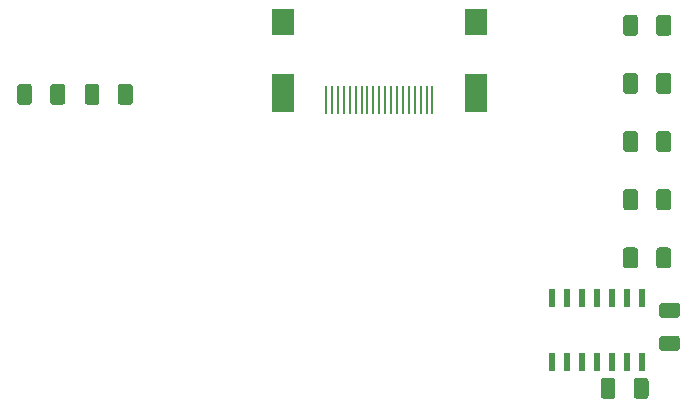
<source format=gbr>
G04 #@! TF.GenerationSoftware,KiCad,Pcbnew,5.0.2+dfsg1-1*
G04 #@! TF.CreationDate,2021-08-19T21:23:57+02:00*
G04 #@! TF.ProjectId,ergodox,6572676f-646f-4782-9e6b-696361645f70,rev?*
G04 #@! TF.SameCoordinates,Original*
G04 #@! TF.FileFunction,Paste,Top*
G04 #@! TF.FilePolarity,Positive*
%FSLAX46Y46*%
G04 Gerber Fmt 4.6, Leading zero omitted, Abs format (unit mm)*
G04 Created by KiCad (PCBNEW 5.0.2+dfsg1-1) date jeu 19 aoû 2021 21:23:57 CEST*
%MOMM*%
%LPD*%
G01*
G04 APERTURE LIST*
%ADD10C,0.100000*%
%ADD11C,1.250000*%
%ADD12R,0.280000X2.350000*%
%ADD13R,1.850000X2.240000*%
%ADD14R,1.850000X3.200000*%
%ADD15R,0.600000X1.500000*%
G04 APERTURE END LIST*
D10*
G04 #@! TO.C,C1*
G36*
X149754504Y-112918204D02*
X149778773Y-112921804D01*
X149802571Y-112927765D01*
X149825671Y-112936030D01*
X149847849Y-112946520D01*
X149868893Y-112959133D01*
X149888598Y-112973747D01*
X149906777Y-112990223D01*
X149923253Y-113008402D01*
X149937867Y-113028107D01*
X149950480Y-113049151D01*
X149960970Y-113071329D01*
X149969235Y-113094429D01*
X149975196Y-113118227D01*
X149978796Y-113142496D01*
X149980000Y-113167000D01*
X149980000Y-114417000D01*
X149978796Y-114441504D01*
X149975196Y-114465773D01*
X149969235Y-114489571D01*
X149960970Y-114512671D01*
X149950480Y-114534849D01*
X149937867Y-114555893D01*
X149923253Y-114575598D01*
X149906777Y-114593777D01*
X149888598Y-114610253D01*
X149868893Y-114624867D01*
X149847849Y-114637480D01*
X149825671Y-114647970D01*
X149802571Y-114656235D01*
X149778773Y-114662196D01*
X149754504Y-114665796D01*
X149730000Y-114667000D01*
X148980000Y-114667000D01*
X148955496Y-114665796D01*
X148931227Y-114662196D01*
X148907429Y-114656235D01*
X148884329Y-114647970D01*
X148862151Y-114637480D01*
X148841107Y-114624867D01*
X148821402Y-114610253D01*
X148803223Y-114593777D01*
X148786747Y-114575598D01*
X148772133Y-114555893D01*
X148759520Y-114534849D01*
X148749030Y-114512671D01*
X148740765Y-114489571D01*
X148734804Y-114465773D01*
X148731204Y-114441504D01*
X148730000Y-114417000D01*
X148730000Y-113167000D01*
X148731204Y-113142496D01*
X148734804Y-113118227D01*
X148740765Y-113094429D01*
X148749030Y-113071329D01*
X148759520Y-113049151D01*
X148772133Y-113028107D01*
X148786747Y-113008402D01*
X148803223Y-112990223D01*
X148821402Y-112973747D01*
X148841107Y-112959133D01*
X148862151Y-112946520D01*
X148884329Y-112936030D01*
X148907429Y-112927765D01*
X148931227Y-112921804D01*
X148955496Y-112918204D01*
X148980000Y-112917000D01*
X149730000Y-112917000D01*
X149754504Y-112918204D01*
X149754504Y-112918204D01*
G37*
D11*
X149355000Y-113792000D03*
D10*
G36*
X146954504Y-112918204D02*
X146978773Y-112921804D01*
X147002571Y-112927765D01*
X147025671Y-112936030D01*
X147047849Y-112946520D01*
X147068893Y-112959133D01*
X147088598Y-112973747D01*
X147106777Y-112990223D01*
X147123253Y-113008402D01*
X147137867Y-113028107D01*
X147150480Y-113049151D01*
X147160970Y-113071329D01*
X147169235Y-113094429D01*
X147175196Y-113118227D01*
X147178796Y-113142496D01*
X147180000Y-113167000D01*
X147180000Y-114417000D01*
X147178796Y-114441504D01*
X147175196Y-114465773D01*
X147169235Y-114489571D01*
X147160970Y-114512671D01*
X147150480Y-114534849D01*
X147137867Y-114555893D01*
X147123253Y-114575598D01*
X147106777Y-114593777D01*
X147088598Y-114610253D01*
X147068893Y-114624867D01*
X147047849Y-114637480D01*
X147025671Y-114647970D01*
X147002571Y-114656235D01*
X146978773Y-114662196D01*
X146954504Y-114665796D01*
X146930000Y-114667000D01*
X146180000Y-114667000D01*
X146155496Y-114665796D01*
X146131227Y-114662196D01*
X146107429Y-114656235D01*
X146084329Y-114647970D01*
X146062151Y-114637480D01*
X146041107Y-114624867D01*
X146021402Y-114610253D01*
X146003223Y-114593777D01*
X145986747Y-114575598D01*
X145972133Y-114555893D01*
X145959520Y-114534849D01*
X145949030Y-114512671D01*
X145940765Y-114489571D01*
X145934804Y-114465773D01*
X145931204Y-114441504D01*
X145930000Y-114417000D01*
X145930000Y-113167000D01*
X145931204Y-113142496D01*
X145934804Y-113118227D01*
X145940765Y-113094429D01*
X145949030Y-113071329D01*
X145959520Y-113049151D01*
X145972133Y-113028107D01*
X145986747Y-113008402D01*
X146003223Y-112990223D01*
X146021402Y-112973747D01*
X146041107Y-112959133D01*
X146062151Y-112946520D01*
X146084329Y-112936030D01*
X146107429Y-112927765D01*
X146131227Y-112921804D01*
X146155496Y-112918204D01*
X146180000Y-112917000D01*
X146930000Y-112917000D01*
X146954504Y-112918204D01*
X146954504Y-112918204D01*
G37*
D11*
X146555000Y-113792000D03*
G04 #@! TD*
D12*
G04 #@! TO.C,J21*
X122682000Y-89391000D03*
X123182000Y-89391000D03*
X123682000Y-89391000D03*
X124182000Y-89391000D03*
X124682000Y-89391000D03*
X125182000Y-89391000D03*
X125682000Y-89391000D03*
X126182000Y-89391000D03*
X126682000Y-89391000D03*
X127182000Y-89391000D03*
X127682000Y-89391000D03*
X128182000Y-89391000D03*
X128682000Y-89391000D03*
X129182000Y-89391000D03*
X129682000Y-89391000D03*
X130182000Y-89391000D03*
X130682000Y-89391000D03*
X131182000Y-89391000D03*
X131682000Y-89391000D03*
D13*
X135362000Y-82806000D03*
X119002000Y-82806000D03*
D14*
X135362000Y-88766000D03*
X119002000Y-88766000D03*
G04 #@! TD*
D15*
G04 #@! TO.C,U1*
X149395000Y-106139000D03*
X148125000Y-106139000D03*
X146855000Y-106139000D03*
X145585000Y-106139000D03*
X144315000Y-106139000D03*
X143045000Y-106139000D03*
X141775000Y-106139000D03*
X141775000Y-111539000D03*
X143045000Y-111539000D03*
X144315000Y-111539000D03*
X145585000Y-111539000D03*
X146855000Y-111539000D03*
X148125000Y-111539000D03*
X149395000Y-111539000D03*
G04 #@! TD*
D10*
G04 #@! TO.C,R8*
G36*
X97551504Y-88026204D02*
X97575773Y-88029804D01*
X97599571Y-88035765D01*
X97622671Y-88044030D01*
X97644849Y-88054520D01*
X97665893Y-88067133D01*
X97685598Y-88081747D01*
X97703777Y-88098223D01*
X97720253Y-88116402D01*
X97734867Y-88136107D01*
X97747480Y-88157151D01*
X97757970Y-88179329D01*
X97766235Y-88202429D01*
X97772196Y-88226227D01*
X97775796Y-88250496D01*
X97777000Y-88275000D01*
X97777000Y-89525000D01*
X97775796Y-89549504D01*
X97772196Y-89573773D01*
X97766235Y-89597571D01*
X97757970Y-89620671D01*
X97747480Y-89642849D01*
X97734867Y-89663893D01*
X97720253Y-89683598D01*
X97703777Y-89701777D01*
X97685598Y-89718253D01*
X97665893Y-89732867D01*
X97644849Y-89745480D01*
X97622671Y-89755970D01*
X97599571Y-89764235D01*
X97575773Y-89770196D01*
X97551504Y-89773796D01*
X97527000Y-89775000D01*
X96777000Y-89775000D01*
X96752496Y-89773796D01*
X96728227Y-89770196D01*
X96704429Y-89764235D01*
X96681329Y-89755970D01*
X96659151Y-89745480D01*
X96638107Y-89732867D01*
X96618402Y-89718253D01*
X96600223Y-89701777D01*
X96583747Y-89683598D01*
X96569133Y-89663893D01*
X96556520Y-89642849D01*
X96546030Y-89620671D01*
X96537765Y-89597571D01*
X96531804Y-89573773D01*
X96528204Y-89549504D01*
X96527000Y-89525000D01*
X96527000Y-88275000D01*
X96528204Y-88250496D01*
X96531804Y-88226227D01*
X96537765Y-88202429D01*
X96546030Y-88179329D01*
X96556520Y-88157151D01*
X96569133Y-88136107D01*
X96583747Y-88116402D01*
X96600223Y-88098223D01*
X96618402Y-88081747D01*
X96638107Y-88067133D01*
X96659151Y-88054520D01*
X96681329Y-88044030D01*
X96704429Y-88035765D01*
X96728227Y-88029804D01*
X96752496Y-88026204D01*
X96777000Y-88025000D01*
X97527000Y-88025000D01*
X97551504Y-88026204D01*
X97551504Y-88026204D01*
G37*
D11*
X97152000Y-88900000D03*
D10*
G36*
X100351504Y-88026204D02*
X100375773Y-88029804D01*
X100399571Y-88035765D01*
X100422671Y-88044030D01*
X100444849Y-88054520D01*
X100465893Y-88067133D01*
X100485598Y-88081747D01*
X100503777Y-88098223D01*
X100520253Y-88116402D01*
X100534867Y-88136107D01*
X100547480Y-88157151D01*
X100557970Y-88179329D01*
X100566235Y-88202429D01*
X100572196Y-88226227D01*
X100575796Y-88250496D01*
X100577000Y-88275000D01*
X100577000Y-89525000D01*
X100575796Y-89549504D01*
X100572196Y-89573773D01*
X100566235Y-89597571D01*
X100557970Y-89620671D01*
X100547480Y-89642849D01*
X100534867Y-89663893D01*
X100520253Y-89683598D01*
X100503777Y-89701777D01*
X100485598Y-89718253D01*
X100465893Y-89732867D01*
X100444849Y-89745480D01*
X100422671Y-89755970D01*
X100399571Y-89764235D01*
X100375773Y-89770196D01*
X100351504Y-89773796D01*
X100327000Y-89775000D01*
X99577000Y-89775000D01*
X99552496Y-89773796D01*
X99528227Y-89770196D01*
X99504429Y-89764235D01*
X99481329Y-89755970D01*
X99459151Y-89745480D01*
X99438107Y-89732867D01*
X99418402Y-89718253D01*
X99400223Y-89701777D01*
X99383747Y-89683598D01*
X99369133Y-89663893D01*
X99356520Y-89642849D01*
X99346030Y-89620671D01*
X99337765Y-89597571D01*
X99331804Y-89573773D01*
X99328204Y-89549504D01*
X99327000Y-89525000D01*
X99327000Y-88275000D01*
X99328204Y-88250496D01*
X99331804Y-88226227D01*
X99337765Y-88202429D01*
X99346030Y-88179329D01*
X99356520Y-88157151D01*
X99369133Y-88136107D01*
X99383747Y-88116402D01*
X99400223Y-88098223D01*
X99418402Y-88081747D01*
X99438107Y-88067133D01*
X99459151Y-88054520D01*
X99481329Y-88044030D01*
X99504429Y-88035765D01*
X99528227Y-88029804D01*
X99552496Y-88026204D01*
X99577000Y-88025000D01*
X100327000Y-88025000D01*
X100351504Y-88026204D01*
X100351504Y-88026204D01*
G37*
D11*
X99952000Y-88900000D03*
G04 #@! TD*
D10*
G04 #@! TO.C,R1*
G36*
X152414504Y-106561204D02*
X152438773Y-106564804D01*
X152462571Y-106570765D01*
X152485671Y-106579030D01*
X152507849Y-106589520D01*
X152528893Y-106602133D01*
X152548598Y-106616747D01*
X152566777Y-106633223D01*
X152583253Y-106651402D01*
X152597867Y-106671107D01*
X152610480Y-106692151D01*
X152620970Y-106714329D01*
X152629235Y-106737429D01*
X152635196Y-106761227D01*
X152638796Y-106785496D01*
X152640000Y-106810000D01*
X152640000Y-107560000D01*
X152638796Y-107584504D01*
X152635196Y-107608773D01*
X152629235Y-107632571D01*
X152620970Y-107655671D01*
X152610480Y-107677849D01*
X152597867Y-107698893D01*
X152583253Y-107718598D01*
X152566777Y-107736777D01*
X152548598Y-107753253D01*
X152528893Y-107767867D01*
X152507849Y-107780480D01*
X152485671Y-107790970D01*
X152462571Y-107799235D01*
X152438773Y-107805196D01*
X152414504Y-107808796D01*
X152390000Y-107810000D01*
X151140000Y-107810000D01*
X151115496Y-107808796D01*
X151091227Y-107805196D01*
X151067429Y-107799235D01*
X151044329Y-107790970D01*
X151022151Y-107780480D01*
X151001107Y-107767867D01*
X150981402Y-107753253D01*
X150963223Y-107736777D01*
X150946747Y-107718598D01*
X150932133Y-107698893D01*
X150919520Y-107677849D01*
X150909030Y-107655671D01*
X150900765Y-107632571D01*
X150894804Y-107608773D01*
X150891204Y-107584504D01*
X150890000Y-107560000D01*
X150890000Y-106810000D01*
X150891204Y-106785496D01*
X150894804Y-106761227D01*
X150900765Y-106737429D01*
X150909030Y-106714329D01*
X150919520Y-106692151D01*
X150932133Y-106671107D01*
X150946747Y-106651402D01*
X150963223Y-106633223D01*
X150981402Y-106616747D01*
X151001107Y-106602133D01*
X151022151Y-106589520D01*
X151044329Y-106579030D01*
X151067429Y-106570765D01*
X151091227Y-106564804D01*
X151115496Y-106561204D01*
X151140000Y-106560000D01*
X152390000Y-106560000D01*
X152414504Y-106561204D01*
X152414504Y-106561204D01*
G37*
D11*
X151765000Y-107185000D03*
D10*
G36*
X152414504Y-109361204D02*
X152438773Y-109364804D01*
X152462571Y-109370765D01*
X152485671Y-109379030D01*
X152507849Y-109389520D01*
X152528893Y-109402133D01*
X152548598Y-109416747D01*
X152566777Y-109433223D01*
X152583253Y-109451402D01*
X152597867Y-109471107D01*
X152610480Y-109492151D01*
X152620970Y-109514329D01*
X152629235Y-109537429D01*
X152635196Y-109561227D01*
X152638796Y-109585496D01*
X152640000Y-109610000D01*
X152640000Y-110360000D01*
X152638796Y-110384504D01*
X152635196Y-110408773D01*
X152629235Y-110432571D01*
X152620970Y-110455671D01*
X152610480Y-110477849D01*
X152597867Y-110498893D01*
X152583253Y-110518598D01*
X152566777Y-110536777D01*
X152548598Y-110553253D01*
X152528893Y-110567867D01*
X152507849Y-110580480D01*
X152485671Y-110590970D01*
X152462571Y-110599235D01*
X152438773Y-110605196D01*
X152414504Y-110608796D01*
X152390000Y-110610000D01*
X151140000Y-110610000D01*
X151115496Y-110608796D01*
X151091227Y-110605196D01*
X151067429Y-110599235D01*
X151044329Y-110590970D01*
X151022151Y-110580480D01*
X151001107Y-110567867D01*
X150981402Y-110553253D01*
X150963223Y-110536777D01*
X150946747Y-110518598D01*
X150932133Y-110498893D01*
X150919520Y-110477849D01*
X150909030Y-110455671D01*
X150900765Y-110432571D01*
X150894804Y-110408773D01*
X150891204Y-110384504D01*
X150890000Y-110360000D01*
X150890000Y-109610000D01*
X150891204Y-109585496D01*
X150894804Y-109561227D01*
X150900765Y-109537429D01*
X150909030Y-109514329D01*
X150919520Y-109492151D01*
X150932133Y-109471107D01*
X150946747Y-109451402D01*
X150963223Y-109433223D01*
X150981402Y-109416747D01*
X151001107Y-109402133D01*
X151022151Y-109389520D01*
X151044329Y-109379030D01*
X151067429Y-109370765D01*
X151091227Y-109364804D01*
X151115496Y-109361204D01*
X151140000Y-109360000D01*
X152390000Y-109360000D01*
X152414504Y-109361204D01*
X152414504Y-109361204D01*
G37*
D11*
X151765000Y-109985000D03*
G04 #@! TD*
D10*
G04 #@! TO.C,R2*
G36*
X148862504Y-82184204D02*
X148886773Y-82187804D01*
X148910571Y-82193765D01*
X148933671Y-82202030D01*
X148955849Y-82212520D01*
X148976893Y-82225133D01*
X148996598Y-82239747D01*
X149014777Y-82256223D01*
X149031253Y-82274402D01*
X149045867Y-82294107D01*
X149058480Y-82315151D01*
X149068970Y-82337329D01*
X149077235Y-82360429D01*
X149083196Y-82384227D01*
X149086796Y-82408496D01*
X149088000Y-82433000D01*
X149088000Y-83683000D01*
X149086796Y-83707504D01*
X149083196Y-83731773D01*
X149077235Y-83755571D01*
X149068970Y-83778671D01*
X149058480Y-83800849D01*
X149045867Y-83821893D01*
X149031253Y-83841598D01*
X149014777Y-83859777D01*
X148996598Y-83876253D01*
X148976893Y-83890867D01*
X148955849Y-83903480D01*
X148933671Y-83913970D01*
X148910571Y-83922235D01*
X148886773Y-83928196D01*
X148862504Y-83931796D01*
X148838000Y-83933000D01*
X148088000Y-83933000D01*
X148063496Y-83931796D01*
X148039227Y-83928196D01*
X148015429Y-83922235D01*
X147992329Y-83913970D01*
X147970151Y-83903480D01*
X147949107Y-83890867D01*
X147929402Y-83876253D01*
X147911223Y-83859777D01*
X147894747Y-83841598D01*
X147880133Y-83821893D01*
X147867520Y-83800849D01*
X147857030Y-83778671D01*
X147848765Y-83755571D01*
X147842804Y-83731773D01*
X147839204Y-83707504D01*
X147838000Y-83683000D01*
X147838000Y-82433000D01*
X147839204Y-82408496D01*
X147842804Y-82384227D01*
X147848765Y-82360429D01*
X147857030Y-82337329D01*
X147867520Y-82315151D01*
X147880133Y-82294107D01*
X147894747Y-82274402D01*
X147911223Y-82256223D01*
X147929402Y-82239747D01*
X147949107Y-82225133D01*
X147970151Y-82212520D01*
X147992329Y-82202030D01*
X148015429Y-82193765D01*
X148039227Y-82187804D01*
X148063496Y-82184204D01*
X148088000Y-82183000D01*
X148838000Y-82183000D01*
X148862504Y-82184204D01*
X148862504Y-82184204D01*
G37*
D11*
X148463000Y-83058000D03*
D10*
G36*
X151662504Y-82184204D02*
X151686773Y-82187804D01*
X151710571Y-82193765D01*
X151733671Y-82202030D01*
X151755849Y-82212520D01*
X151776893Y-82225133D01*
X151796598Y-82239747D01*
X151814777Y-82256223D01*
X151831253Y-82274402D01*
X151845867Y-82294107D01*
X151858480Y-82315151D01*
X151868970Y-82337329D01*
X151877235Y-82360429D01*
X151883196Y-82384227D01*
X151886796Y-82408496D01*
X151888000Y-82433000D01*
X151888000Y-83683000D01*
X151886796Y-83707504D01*
X151883196Y-83731773D01*
X151877235Y-83755571D01*
X151868970Y-83778671D01*
X151858480Y-83800849D01*
X151845867Y-83821893D01*
X151831253Y-83841598D01*
X151814777Y-83859777D01*
X151796598Y-83876253D01*
X151776893Y-83890867D01*
X151755849Y-83903480D01*
X151733671Y-83913970D01*
X151710571Y-83922235D01*
X151686773Y-83928196D01*
X151662504Y-83931796D01*
X151638000Y-83933000D01*
X150888000Y-83933000D01*
X150863496Y-83931796D01*
X150839227Y-83928196D01*
X150815429Y-83922235D01*
X150792329Y-83913970D01*
X150770151Y-83903480D01*
X150749107Y-83890867D01*
X150729402Y-83876253D01*
X150711223Y-83859777D01*
X150694747Y-83841598D01*
X150680133Y-83821893D01*
X150667520Y-83800849D01*
X150657030Y-83778671D01*
X150648765Y-83755571D01*
X150642804Y-83731773D01*
X150639204Y-83707504D01*
X150638000Y-83683000D01*
X150638000Y-82433000D01*
X150639204Y-82408496D01*
X150642804Y-82384227D01*
X150648765Y-82360429D01*
X150657030Y-82337329D01*
X150667520Y-82315151D01*
X150680133Y-82294107D01*
X150694747Y-82274402D01*
X150711223Y-82256223D01*
X150729402Y-82239747D01*
X150749107Y-82225133D01*
X150770151Y-82212520D01*
X150792329Y-82202030D01*
X150815429Y-82193765D01*
X150839227Y-82187804D01*
X150863496Y-82184204D01*
X150888000Y-82183000D01*
X151638000Y-82183000D01*
X151662504Y-82184204D01*
X151662504Y-82184204D01*
G37*
D11*
X151263000Y-83058000D03*
G04 #@! TD*
D10*
G04 #@! TO.C,R3*
G36*
X151662504Y-87105454D02*
X151686773Y-87109054D01*
X151710571Y-87115015D01*
X151733671Y-87123280D01*
X151755849Y-87133770D01*
X151776893Y-87146383D01*
X151796598Y-87160997D01*
X151814777Y-87177473D01*
X151831253Y-87195652D01*
X151845867Y-87215357D01*
X151858480Y-87236401D01*
X151868970Y-87258579D01*
X151877235Y-87281679D01*
X151883196Y-87305477D01*
X151886796Y-87329746D01*
X151888000Y-87354250D01*
X151888000Y-88604250D01*
X151886796Y-88628754D01*
X151883196Y-88653023D01*
X151877235Y-88676821D01*
X151868970Y-88699921D01*
X151858480Y-88722099D01*
X151845867Y-88743143D01*
X151831253Y-88762848D01*
X151814777Y-88781027D01*
X151796598Y-88797503D01*
X151776893Y-88812117D01*
X151755849Y-88824730D01*
X151733671Y-88835220D01*
X151710571Y-88843485D01*
X151686773Y-88849446D01*
X151662504Y-88853046D01*
X151638000Y-88854250D01*
X150888000Y-88854250D01*
X150863496Y-88853046D01*
X150839227Y-88849446D01*
X150815429Y-88843485D01*
X150792329Y-88835220D01*
X150770151Y-88824730D01*
X150749107Y-88812117D01*
X150729402Y-88797503D01*
X150711223Y-88781027D01*
X150694747Y-88762848D01*
X150680133Y-88743143D01*
X150667520Y-88722099D01*
X150657030Y-88699921D01*
X150648765Y-88676821D01*
X150642804Y-88653023D01*
X150639204Y-88628754D01*
X150638000Y-88604250D01*
X150638000Y-87354250D01*
X150639204Y-87329746D01*
X150642804Y-87305477D01*
X150648765Y-87281679D01*
X150657030Y-87258579D01*
X150667520Y-87236401D01*
X150680133Y-87215357D01*
X150694747Y-87195652D01*
X150711223Y-87177473D01*
X150729402Y-87160997D01*
X150749107Y-87146383D01*
X150770151Y-87133770D01*
X150792329Y-87123280D01*
X150815429Y-87115015D01*
X150839227Y-87109054D01*
X150863496Y-87105454D01*
X150888000Y-87104250D01*
X151638000Y-87104250D01*
X151662504Y-87105454D01*
X151662504Y-87105454D01*
G37*
D11*
X151263000Y-87979250D03*
D10*
G36*
X148862504Y-87105454D02*
X148886773Y-87109054D01*
X148910571Y-87115015D01*
X148933671Y-87123280D01*
X148955849Y-87133770D01*
X148976893Y-87146383D01*
X148996598Y-87160997D01*
X149014777Y-87177473D01*
X149031253Y-87195652D01*
X149045867Y-87215357D01*
X149058480Y-87236401D01*
X149068970Y-87258579D01*
X149077235Y-87281679D01*
X149083196Y-87305477D01*
X149086796Y-87329746D01*
X149088000Y-87354250D01*
X149088000Y-88604250D01*
X149086796Y-88628754D01*
X149083196Y-88653023D01*
X149077235Y-88676821D01*
X149068970Y-88699921D01*
X149058480Y-88722099D01*
X149045867Y-88743143D01*
X149031253Y-88762848D01*
X149014777Y-88781027D01*
X148996598Y-88797503D01*
X148976893Y-88812117D01*
X148955849Y-88824730D01*
X148933671Y-88835220D01*
X148910571Y-88843485D01*
X148886773Y-88849446D01*
X148862504Y-88853046D01*
X148838000Y-88854250D01*
X148088000Y-88854250D01*
X148063496Y-88853046D01*
X148039227Y-88849446D01*
X148015429Y-88843485D01*
X147992329Y-88835220D01*
X147970151Y-88824730D01*
X147949107Y-88812117D01*
X147929402Y-88797503D01*
X147911223Y-88781027D01*
X147894747Y-88762848D01*
X147880133Y-88743143D01*
X147867520Y-88722099D01*
X147857030Y-88699921D01*
X147848765Y-88676821D01*
X147842804Y-88653023D01*
X147839204Y-88628754D01*
X147838000Y-88604250D01*
X147838000Y-87354250D01*
X147839204Y-87329746D01*
X147842804Y-87305477D01*
X147848765Y-87281679D01*
X147857030Y-87258579D01*
X147867520Y-87236401D01*
X147880133Y-87215357D01*
X147894747Y-87195652D01*
X147911223Y-87177473D01*
X147929402Y-87160997D01*
X147949107Y-87146383D01*
X147970151Y-87133770D01*
X147992329Y-87123280D01*
X148015429Y-87115015D01*
X148039227Y-87109054D01*
X148063496Y-87105454D01*
X148088000Y-87104250D01*
X148838000Y-87104250D01*
X148862504Y-87105454D01*
X148862504Y-87105454D01*
G37*
D11*
X148463000Y-87979250D03*
G04 #@! TD*
D10*
G04 #@! TO.C,R4*
G36*
X148862504Y-92026704D02*
X148886773Y-92030304D01*
X148910571Y-92036265D01*
X148933671Y-92044530D01*
X148955849Y-92055020D01*
X148976893Y-92067633D01*
X148996598Y-92082247D01*
X149014777Y-92098723D01*
X149031253Y-92116902D01*
X149045867Y-92136607D01*
X149058480Y-92157651D01*
X149068970Y-92179829D01*
X149077235Y-92202929D01*
X149083196Y-92226727D01*
X149086796Y-92250996D01*
X149088000Y-92275500D01*
X149088000Y-93525500D01*
X149086796Y-93550004D01*
X149083196Y-93574273D01*
X149077235Y-93598071D01*
X149068970Y-93621171D01*
X149058480Y-93643349D01*
X149045867Y-93664393D01*
X149031253Y-93684098D01*
X149014777Y-93702277D01*
X148996598Y-93718753D01*
X148976893Y-93733367D01*
X148955849Y-93745980D01*
X148933671Y-93756470D01*
X148910571Y-93764735D01*
X148886773Y-93770696D01*
X148862504Y-93774296D01*
X148838000Y-93775500D01*
X148088000Y-93775500D01*
X148063496Y-93774296D01*
X148039227Y-93770696D01*
X148015429Y-93764735D01*
X147992329Y-93756470D01*
X147970151Y-93745980D01*
X147949107Y-93733367D01*
X147929402Y-93718753D01*
X147911223Y-93702277D01*
X147894747Y-93684098D01*
X147880133Y-93664393D01*
X147867520Y-93643349D01*
X147857030Y-93621171D01*
X147848765Y-93598071D01*
X147842804Y-93574273D01*
X147839204Y-93550004D01*
X147838000Y-93525500D01*
X147838000Y-92275500D01*
X147839204Y-92250996D01*
X147842804Y-92226727D01*
X147848765Y-92202929D01*
X147857030Y-92179829D01*
X147867520Y-92157651D01*
X147880133Y-92136607D01*
X147894747Y-92116902D01*
X147911223Y-92098723D01*
X147929402Y-92082247D01*
X147949107Y-92067633D01*
X147970151Y-92055020D01*
X147992329Y-92044530D01*
X148015429Y-92036265D01*
X148039227Y-92030304D01*
X148063496Y-92026704D01*
X148088000Y-92025500D01*
X148838000Y-92025500D01*
X148862504Y-92026704D01*
X148862504Y-92026704D01*
G37*
D11*
X148463000Y-92900500D03*
D10*
G36*
X151662504Y-92026704D02*
X151686773Y-92030304D01*
X151710571Y-92036265D01*
X151733671Y-92044530D01*
X151755849Y-92055020D01*
X151776893Y-92067633D01*
X151796598Y-92082247D01*
X151814777Y-92098723D01*
X151831253Y-92116902D01*
X151845867Y-92136607D01*
X151858480Y-92157651D01*
X151868970Y-92179829D01*
X151877235Y-92202929D01*
X151883196Y-92226727D01*
X151886796Y-92250996D01*
X151888000Y-92275500D01*
X151888000Y-93525500D01*
X151886796Y-93550004D01*
X151883196Y-93574273D01*
X151877235Y-93598071D01*
X151868970Y-93621171D01*
X151858480Y-93643349D01*
X151845867Y-93664393D01*
X151831253Y-93684098D01*
X151814777Y-93702277D01*
X151796598Y-93718753D01*
X151776893Y-93733367D01*
X151755849Y-93745980D01*
X151733671Y-93756470D01*
X151710571Y-93764735D01*
X151686773Y-93770696D01*
X151662504Y-93774296D01*
X151638000Y-93775500D01*
X150888000Y-93775500D01*
X150863496Y-93774296D01*
X150839227Y-93770696D01*
X150815429Y-93764735D01*
X150792329Y-93756470D01*
X150770151Y-93745980D01*
X150749107Y-93733367D01*
X150729402Y-93718753D01*
X150711223Y-93702277D01*
X150694747Y-93684098D01*
X150680133Y-93664393D01*
X150667520Y-93643349D01*
X150657030Y-93621171D01*
X150648765Y-93598071D01*
X150642804Y-93574273D01*
X150639204Y-93550004D01*
X150638000Y-93525500D01*
X150638000Y-92275500D01*
X150639204Y-92250996D01*
X150642804Y-92226727D01*
X150648765Y-92202929D01*
X150657030Y-92179829D01*
X150667520Y-92157651D01*
X150680133Y-92136607D01*
X150694747Y-92116902D01*
X150711223Y-92098723D01*
X150729402Y-92082247D01*
X150749107Y-92067633D01*
X150770151Y-92055020D01*
X150792329Y-92044530D01*
X150815429Y-92036265D01*
X150839227Y-92030304D01*
X150863496Y-92026704D01*
X150888000Y-92025500D01*
X151638000Y-92025500D01*
X151662504Y-92026704D01*
X151662504Y-92026704D01*
G37*
D11*
X151263000Y-92900500D03*
G04 #@! TD*
D10*
G04 #@! TO.C,R5*
G36*
X151662504Y-96947954D02*
X151686773Y-96951554D01*
X151710571Y-96957515D01*
X151733671Y-96965780D01*
X151755849Y-96976270D01*
X151776893Y-96988883D01*
X151796598Y-97003497D01*
X151814777Y-97019973D01*
X151831253Y-97038152D01*
X151845867Y-97057857D01*
X151858480Y-97078901D01*
X151868970Y-97101079D01*
X151877235Y-97124179D01*
X151883196Y-97147977D01*
X151886796Y-97172246D01*
X151888000Y-97196750D01*
X151888000Y-98446750D01*
X151886796Y-98471254D01*
X151883196Y-98495523D01*
X151877235Y-98519321D01*
X151868970Y-98542421D01*
X151858480Y-98564599D01*
X151845867Y-98585643D01*
X151831253Y-98605348D01*
X151814777Y-98623527D01*
X151796598Y-98640003D01*
X151776893Y-98654617D01*
X151755849Y-98667230D01*
X151733671Y-98677720D01*
X151710571Y-98685985D01*
X151686773Y-98691946D01*
X151662504Y-98695546D01*
X151638000Y-98696750D01*
X150888000Y-98696750D01*
X150863496Y-98695546D01*
X150839227Y-98691946D01*
X150815429Y-98685985D01*
X150792329Y-98677720D01*
X150770151Y-98667230D01*
X150749107Y-98654617D01*
X150729402Y-98640003D01*
X150711223Y-98623527D01*
X150694747Y-98605348D01*
X150680133Y-98585643D01*
X150667520Y-98564599D01*
X150657030Y-98542421D01*
X150648765Y-98519321D01*
X150642804Y-98495523D01*
X150639204Y-98471254D01*
X150638000Y-98446750D01*
X150638000Y-97196750D01*
X150639204Y-97172246D01*
X150642804Y-97147977D01*
X150648765Y-97124179D01*
X150657030Y-97101079D01*
X150667520Y-97078901D01*
X150680133Y-97057857D01*
X150694747Y-97038152D01*
X150711223Y-97019973D01*
X150729402Y-97003497D01*
X150749107Y-96988883D01*
X150770151Y-96976270D01*
X150792329Y-96965780D01*
X150815429Y-96957515D01*
X150839227Y-96951554D01*
X150863496Y-96947954D01*
X150888000Y-96946750D01*
X151638000Y-96946750D01*
X151662504Y-96947954D01*
X151662504Y-96947954D01*
G37*
D11*
X151263000Y-97821750D03*
D10*
G36*
X148862504Y-96947954D02*
X148886773Y-96951554D01*
X148910571Y-96957515D01*
X148933671Y-96965780D01*
X148955849Y-96976270D01*
X148976893Y-96988883D01*
X148996598Y-97003497D01*
X149014777Y-97019973D01*
X149031253Y-97038152D01*
X149045867Y-97057857D01*
X149058480Y-97078901D01*
X149068970Y-97101079D01*
X149077235Y-97124179D01*
X149083196Y-97147977D01*
X149086796Y-97172246D01*
X149088000Y-97196750D01*
X149088000Y-98446750D01*
X149086796Y-98471254D01*
X149083196Y-98495523D01*
X149077235Y-98519321D01*
X149068970Y-98542421D01*
X149058480Y-98564599D01*
X149045867Y-98585643D01*
X149031253Y-98605348D01*
X149014777Y-98623527D01*
X148996598Y-98640003D01*
X148976893Y-98654617D01*
X148955849Y-98667230D01*
X148933671Y-98677720D01*
X148910571Y-98685985D01*
X148886773Y-98691946D01*
X148862504Y-98695546D01*
X148838000Y-98696750D01*
X148088000Y-98696750D01*
X148063496Y-98695546D01*
X148039227Y-98691946D01*
X148015429Y-98685985D01*
X147992329Y-98677720D01*
X147970151Y-98667230D01*
X147949107Y-98654617D01*
X147929402Y-98640003D01*
X147911223Y-98623527D01*
X147894747Y-98605348D01*
X147880133Y-98585643D01*
X147867520Y-98564599D01*
X147857030Y-98542421D01*
X147848765Y-98519321D01*
X147842804Y-98495523D01*
X147839204Y-98471254D01*
X147838000Y-98446750D01*
X147838000Y-97196750D01*
X147839204Y-97172246D01*
X147842804Y-97147977D01*
X147848765Y-97124179D01*
X147857030Y-97101079D01*
X147867520Y-97078901D01*
X147880133Y-97057857D01*
X147894747Y-97038152D01*
X147911223Y-97019973D01*
X147929402Y-97003497D01*
X147949107Y-96988883D01*
X147970151Y-96976270D01*
X147992329Y-96965780D01*
X148015429Y-96957515D01*
X148039227Y-96951554D01*
X148063496Y-96947954D01*
X148088000Y-96946750D01*
X148838000Y-96946750D01*
X148862504Y-96947954D01*
X148862504Y-96947954D01*
G37*
D11*
X148463000Y-97821750D03*
G04 #@! TD*
D10*
G04 #@! TO.C,R6*
G36*
X148862504Y-101869204D02*
X148886773Y-101872804D01*
X148910571Y-101878765D01*
X148933671Y-101887030D01*
X148955849Y-101897520D01*
X148976893Y-101910133D01*
X148996598Y-101924747D01*
X149014777Y-101941223D01*
X149031253Y-101959402D01*
X149045867Y-101979107D01*
X149058480Y-102000151D01*
X149068970Y-102022329D01*
X149077235Y-102045429D01*
X149083196Y-102069227D01*
X149086796Y-102093496D01*
X149088000Y-102118000D01*
X149088000Y-103368000D01*
X149086796Y-103392504D01*
X149083196Y-103416773D01*
X149077235Y-103440571D01*
X149068970Y-103463671D01*
X149058480Y-103485849D01*
X149045867Y-103506893D01*
X149031253Y-103526598D01*
X149014777Y-103544777D01*
X148996598Y-103561253D01*
X148976893Y-103575867D01*
X148955849Y-103588480D01*
X148933671Y-103598970D01*
X148910571Y-103607235D01*
X148886773Y-103613196D01*
X148862504Y-103616796D01*
X148838000Y-103618000D01*
X148088000Y-103618000D01*
X148063496Y-103616796D01*
X148039227Y-103613196D01*
X148015429Y-103607235D01*
X147992329Y-103598970D01*
X147970151Y-103588480D01*
X147949107Y-103575867D01*
X147929402Y-103561253D01*
X147911223Y-103544777D01*
X147894747Y-103526598D01*
X147880133Y-103506893D01*
X147867520Y-103485849D01*
X147857030Y-103463671D01*
X147848765Y-103440571D01*
X147842804Y-103416773D01*
X147839204Y-103392504D01*
X147838000Y-103368000D01*
X147838000Y-102118000D01*
X147839204Y-102093496D01*
X147842804Y-102069227D01*
X147848765Y-102045429D01*
X147857030Y-102022329D01*
X147867520Y-102000151D01*
X147880133Y-101979107D01*
X147894747Y-101959402D01*
X147911223Y-101941223D01*
X147929402Y-101924747D01*
X147949107Y-101910133D01*
X147970151Y-101897520D01*
X147992329Y-101887030D01*
X148015429Y-101878765D01*
X148039227Y-101872804D01*
X148063496Y-101869204D01*
X148088000Y-101868000D01*
X148838000Y-101868000D01*
X148862504Y-101869204D01*
X148862504Y-101869204D01*
G37*
D11*
X148463000Y-102743000D03*
D10*
G36*
X151662504Y-101869204D02*
X151686773Y-101872804D01*
X151710571Y-101878765D01*
X151733671Y-101887030D01*
X151755849Y-101897520D01*
X151776893Y-101910133D01*
X151796598Y-101924747D01*
X151814777Y-101941223D01*
X151831253Y-101959402D01*
X151845867Y-101979107D01*
X151858480Y-102000151D01*
X151868970Y-102022329D01*
X151877235Y-102045429D01*
X151883196Y-102069227D01*
X151886796Y-102093496D01*
X151888000Y-102118000D01*
X151888000Y-103368000D01*
X151886796Y-103392504D01*
X151883196Y-103416773D01*
X151877235Y-103440571D01*
X151868970Y-103463671D01*
X151858480Y-103485849D01*
X151845867Y-103506893D01*
X151831253Y-103526598D01*
X151814777Y-103544777D01*
X151796598Y-103561253D01*
X151776893Y-103575867D01*
X151755849Y-103588480D01*
X151733671Y-103598970D01*
X151710571Y-103607235D01*
X151686773Y-103613196D01*
X151662504Y-103616796D01*
X151638000Y-103618000D01*
X150888000Y-103618000D01*
X150863496Y-103616796D01*
X150839227Y-103613196D01*
X150815429Y-103607235D01*
X150792329Y-103598970D01*
X150770151Y-103588480D01*
X150749107Y-103575867D01*
X150729402Y-103561253D01*
X150711223Y-103544777D01*
X150694747Y-103526598D01*
X150680133Y-103506893D01*
X150667520Y-103485849D01*
X150657030Y-103463671D01*
X150648765Y-103440571D01*
X150642804Y-103416773D01*
X150639204Y-103392504D01*
X150638000Y-103368000D01*
X150638000Y-102118000D01*
X150639204Y-102093496D01*
X150642804Y-102069227D01*
X150648765Y-102045429D01*
X150657030Y-102022329D01*
X150667520Y-102000151D01*
X150680133Y-101979107D01*
X150694747Y-101959402D01*
X150711223Y-101941223D01*
X150729402Y-101924747D01*
X150749107Y-101910133D01*
X150770151Y-101897520D01*
X150792329Y-101887030D01*
X150815429Y-101878765D01*
X150839227Y-101872804D01*
X150863496Y-101869204D01*
X150888000Y-101868000D01*
X151638000Y-101868000D01*
X151662504Y-101869204D01*
X151662504Y-101869204D01*
G37*
D11*
X151263000Y-102743000D03*
G04 #@! TD*
D10*
G04 #@! TO.C,R7*
G36*
X106069504Y-88026204D02*
X106093773Y-88029804D01*
X106117571Y-88035765D01*
X106140671Y-88044030D01*
X106162849Y-88054520D01*
X106183893Y-88067133D01*
X106203598Y-88081747D01*
X106221777Y-88098223D01*
X106238253Y-88116402D01*
X106252867Y-88136107D01*
X106265480Y-88157151D01*
X106275970Y-88179329D01*
X106284235Y-88202429D01*
X106290196Y-88226227D01*
X106293796Y-88250496D01*
X106295000Y-88275000D01*
X106295000Y-89525000D01*
X106293796Y-89549504D01*
X106290196Y-89573773D01*
X106284235Y-89597571D01*
X106275970Y-89620671D01*
X106265480Y-89642849D01*
X106252867Y-89663893D01*
X106238253Y-89683598D01*
X106221777Y-89701777D01*
X106203598Y-89718253D01*
X106183893Y-89732867D01*
X106162849Y-89745480D01*
X106140671Y-89755970D01*
X106117571Y-89764235D01*
X106093773Y-89770196D01*
X106069504Y-89773796D01*
X106045000Y-89775000D01*
X105295000Y-89775000D01*
X105270496Y-89773796D01*
X105246227Y-89770196D01*
X105222429Y-89764235D01*
X105199329Y-89755970D01*
X105177151Y-89745480D01*
X105156107Y-89732867D01*
X105136402Y-89718253D01*
X105118223Y-89701777D01*
X105101747Y-89683598D01*
X105087133Y-89663893D01*
X105074520Y-89642849D01*
X105064030Y-89620671D01*
X105055765Y-89597571D01*
X105049804Y-89573773D01*
X105046204Y-89549504D01*
X105045000Y-89525000D01*
X105045000Y-88275000D01*
X105046204Y-88250496D01*
X105049804Y-88226227D01*
X105055765Y-88202429D01*
X105064030Y-88179329D01*
X105074520Y-88157151D01*
X105087133Y-88136107D01*
X105101747Y-88116402D01*
X105118223Y-88098223D01*
X105136402Y-88081747D01*
X105156107Y-88067133D01*
X105177151Y-88054520D01*
X105199329Y-88044030D01*
X105222429Y-88035765D01*
X105246227Y-88029804D01*
X105270496Y-88026204D01*
X105295000Y-88025000D01*
X106045000Y-88025000D01*
X106069504Y-88026204D01*
X106069504Y-88026204D01*
G37*
D11*
X105670000Y-88900000D03*
D10*
G36*
X103269504Y-88026204D02*
X103293773Y-88029804D01*
X103317571Y-88035765D01*
X103340671Y-88044030D01*
X103362849Y-88054520D01*
X103383893Y-88067133D01*
X103403598Y-88081747D01*
X103421777Y-88098223D01*
X103438253Y-88116402D01*
X103452867Y-88136107D01*
X103465480Y-88157151D01*
X103475970Y-88179329D01*
X103484235Y-88202429D01*
X103490196Y-88226227D01*
X103493796Y-88250496D01*
X103495000Y-88275000D01*
X103495000Y-89525000D01*
X103493796Y-89549504D01*
X103490196Y-89573773D01*
X103484235Y-89597571D01*
X103475970Y-89620671D01*
X103465480Y-89642849D01*
X103452867Y-89663893D01*
X103438253Y-89683598D01*
X103421777Y-89701777D01*
X103403598Y-89718253D01*
X103383893Y-89732867D01*
X103362849Y-89745480D01*
X103340671Y-89755970D01*
X103317571Y-89764235D01*
X103293773Y-89770196D01*
X103269504Y-89773796D01*
X103245000Y-89775000D01*
X102495000Y-89775000D01*
X102470496Y-89773796D01*
X102446227Y-89770196D01*
X102422429Y-89764235D01*
X102399329Y-89755970D01*
X102377151Y-89745480D01*
X102356107Y-89732867D01*
X102336402Y-89718253D01*
X102318223Y-89701777D01*
X102301747Y-89683598D01*
X102287133Y-89663893D01*
X102274520Y-89642849D01*
X102264030Y-89620671D01*
X102255765Y-89597571D01*
X102249804Y-89573773D01*
X102246204Y-89549504D01*
X102245000Y-89525000D01*
X102245000Y-88275000D01*
X102246204Y-88250496D01*
X102249804Y-88226227D01*
X102255765Y-88202429D01*
X102264030Y-88179329D01*
X102274520Y-88157151D01*
X102287133Y-88136107D01*
X102301747Y-88116402D01*
X102318223Y-88098223D01*
X102336402Y-88081747D01*
X102356107Y-88067133D01*
X102377151Y-88054520D01*
X102399329Y-88044030D01*
X102422429Y-88035765D01*
X102446227Y-88029804D01*
X102470496Y-88026204D01*
X102495000Y-88025000D01*
X103245000Y-88025000D01*
X103269504Y-88026204D01*
X103269504Y-88026204D01*
G37*
D11*
X102870000Y-88900000D03*
G04 #@! TD*
M02*

</source>
